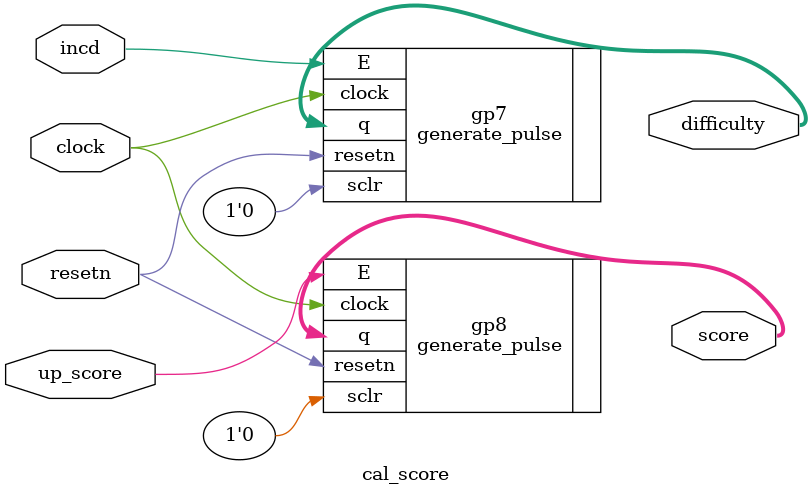
<source format=v>
`timescale 1ns / 1ps


module cal_score(
    input clock,
    input resetn,
    input up_score,
    input incd,
    output [7:0] score,
    output [3:0] difficulty
    );
    
    
    generate_pulse #(.COUNT(15)) gp7
      ( .clock(clock),
        .resetn(resetn),
        .E(incd),
        .sclr(1'b0),
        .q(difficulty)
      );  
      
      
      generate_pulse #(.COUNT(255)) gp8
      ( .clock(clock),
        .resetn(resetn),
        .E(up_score),
        .sclr(1'b0),
        .q(score)
      );  
      
      
      
endmodule

</source>
